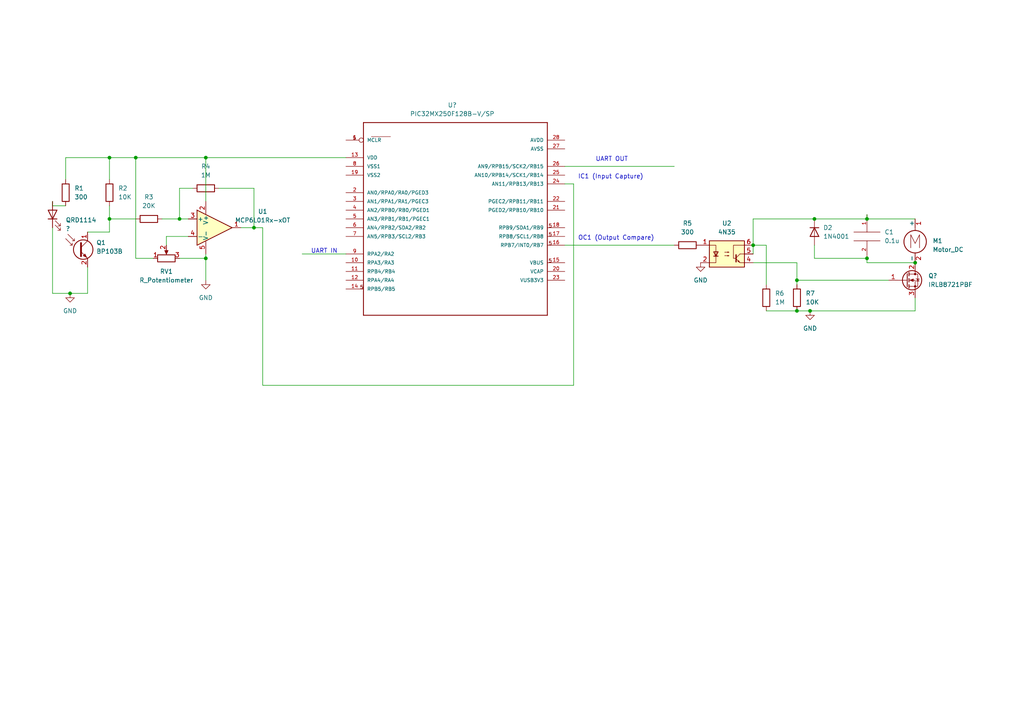
<source format=kicad_sch>
(kicad_sch (version 20211123) (generator eeschema)
  (paper "A4")
  (lib_symbols
    (symbol "Amplifier_Operational:MCP6L01Rx-xOT" (pin_names (offset 0.127))
      (property "Reference" "U" (at 0 5.08 0))
      (property "Value" "MCP6L01Rx-xOT" (at 0 -5.08 0))
      (symbol "MCP6L01Rx-xOT_0_1"
        (polyline (pts (xy -5.08 5.08) (xy 5.08 0) (xy -5.08 -5.08) (xy -5.08 5.08)) (stroke (width 0.254)) (fill (type background)))
        (pin power_in line (at -2.54 7.62 270) (length 3.81) (name "V+") (number "2"))
        (pin power_in line (at -2.54 -7.62 90) (length 3.81) (name "V-") (number "5"))
      )
      (symbol "MCP6L01Rx-xOT_1_1"
        (pin output line (at 7.62 0 180) (length 2.54) (name "~") (number "1"))
        (pin input line (at -7.62 2.54 0) (length 2.54) (name "+") (number "3"))
        (pin input line (at -7.62 -2.54 0) (length 2.54) (name "-") (number "4"))
      )
    )
    (symbol "Device:LED" (pin_numbers hide) (pin_names (offset 1.016) hide)
      (property "Reference" "D" (at 0 2.54 0))
      (property "Value" "LED" (at 0 -2.54 0))
      (symbol "LED_0_1"
        (polyline (pts (xy -1.27 -1.27) (xy -1.27 1.27)) (stroke (width 0.254)))
        (polyline (pts (xy -1.27 0) (xy 1.27 0)))
        (polyline (pts (xy 1.27 -1.27) (xy 1.27 1.27) (xy -1.27 0) (xy 1.27 -1.27)) (stroke (width 0.254)))
        (polyline (pts (xy -3.048 -0.762) (xy -4.572 -2.286) (xy -3.81 -2.286) (xy -4.572 -2.286) (xy -4.572 -1.524)))
        (polyline (pts (xy -1.778 -0.762) (xy -3.302 -2.286) (xy -2.54 -2.286) (xy -3.302 -2.286) (xy -3.302 -1.524)))
      )
      (symbol "LED_1_1"
        (pin passive line (at -3.81 0 0) (length 2.54) (name "K") (number "1"))
        (pin passive line (at 3.81 0 180) (length 2.54) (name "A") (number "2"))
      )
    )
    (symbol "Device:R" (pin_numbers hide) (pin_names (offset 0))
      (property "Reference" "R" (at 2.032 0 90))
      (property "Value" "R" (at 0 0 90))
      (symbol "R_0_1"
        (rectangle (start -1.016 -2.54) (end 1.016 2.54) (stroke (width 0.254)))
      )
      (symbol "R_1_1"
        (pin passive line (at 0 3.81 270) (length 1.27) (name "~") (number "1"))
        (pin passive line (at 0 -3.81 90) (length 1.27) (name "~") (number "2"))
      )
    )
    (symbol "Device:R_Potentiometer" (pin_names (offset 1.016) hide)
      (property "Reference" "RV" (at -4.445 0 90))
      (property "Value" "R_Potentiometer" (at -2.54 0 90))
      (symbol "R_Potentiometer_0_1"
        (polyline (pts (xy 2.54 0) (xy 1.524 0)))
        (polyline (pts (xy 1.143 0) (xy 2.286 0.508) (xy 2.286 -0.508) (xy 1.143 0)) (fill (type outline)))
        (rectangle (start 1.016 2.54) (end -1.016 -2.54) (stroke (width 0.254)))
      )
      (symbol "R_Potentiometer_1_1"
        (pin passive line (at 0 3.81 270) (length 1.27) (name "1") (number "1"))
        (pin passive line (at 3.81 0 180) (length 1.27) (name "2") (number "2"))
        (pin passive line (at 0 -3.81 90) (length 1.27) (name "3") (number "3"))
      )
    )
    (symbol "Diode:1N4001" (pin_numbers hide) (pin_names (offset 1.016) hide)
      (property "Reference" "D" (at 0 2.54 0))
      (property "Value" "1N4001" (at 0 -2.54 0))
      (symbol "1N4001_0_1"
        (polyline (pts (xy -1.27 1.27) (xy -1.27 -1.27)) (stroke (width 0.254)))
        (polyline (pts (xy 1.27 0) (xy -1.27 0)))
        (polyline (pts (xy 1.27 1.27) (xy 1.27 -1.27) (xy -1.27 0) (xy 1.27 1.27)) (stroke (width 0.254)))
      )
      (symbol "1N4001_1_1"
        (pin passive line (at -3.81 0 0) (length 2.54) (name "K") (number "1"))
        (pin passive line (at 3.81 0 180) (length 2.54) (name "A") (number "2"))
      )
    )
    (symbol "Isolator:4N35" (pin_names (offset 1.016))
      (property "Reference" "U" (at -5.08 5.08 0))
      (property "Value" "4N35" (at 0 5.08 0))
      (symbol "4N35_0_1"
        (rectangle (start -5.08 3.81) (end 5.08 -3.81) (stroke (width 0.254)) (fill (type background)))
        (polyline (pts (xy -3.81 -0.635) (xy -2.54 -0.635)) (stroke (width 0.254)))
        (polyline (pts (xy 2.667 -1.397) (xy 3.81 -2.54)))
        (polyline (pts (xy 2.667 -1.143) (xy 3.81 0)))
        (polyline (pts (xy 3.81 -2.54) (xy 5.08 -2.54)))
        (polyline (pts (xy 3.81 0) (xy 5.08 0)))
        (polyline (pts (xy 2.667 -0.254) (xy 2.667 -2.286) (xy 2.667 -2.286)) (stroke (width 0.3556)))
        (polyline (pts (xy -5.08 -2.54) (xy -3.175 -2.54) (xy -3.175 2.54) (xy -5.08 2.54)))
        (polyline (pts (xy -3.175 -0.635) (xy -3.81 0.635) (xy -2.54 0.635) (xy -3.175 -0.635)) (stroke (width 0.254)))
        (polyline (pts (xy 3.683 -2.413) (xy 3.429 -1.905) (xy 3.175 -2.159) (xy 3.683 -2.413)))
        (polyline (pts (xy 5.08 2.54) (xy 1.905 2.54) (xy 1.905 -1.27) (xy 2.54 -1.27)))
        (polyline (pts (xy -0.635 -0.508) (xy 0.635 -0.508) (xy 0.254 -0.635) (xy 0.254 -0.381) (xy 0.635 -0.508)))
        (polyline (pts (xy -0.635 0.508) (xy 0.635 0.508) (xy 0.254 0.381) (xy 0.254 0.635) (xy 0.635 0.508)))
      )
      (symbol "4N35_1_1"
        (pin passive line (at -7.62 2.54 0) (length 2.54) (name "~") (number "1"))
        (pin passive line (at -7.62 -2.54 0) (length 2.54) (name "~") (number "2"))
        (pin no_connect line (at -5.08 0 0) (length 2.54) hide (name "NC") (number "3"))
        (pin passive line (at 7.62 -2.54 180) (length 2.54) (name "~") (number "4"))
        (pin passive line (at 7.62 0 180) (length 2.54) (name "~") (number "5"))
        (pin passive line (at 7.62 2.54 180) (length 2.54) (name "~") (number "6"))
      )
    )
    (symbol "Motor:Motor_DC" (pin_names (offset 0))
      (property "Reference" "M" (at 2.54 2.54 0))
      (property "Value" "Motor_DC" (at 2.54 -5.08 0))
      (symbol "Motor_DC_0_0"
        (polyline (pts (xy -1.27 -3.302) (xy -1.27 0.508) (xy 0 -2.032) (xy 1.27 0.508) (xy 1.27 -3.302)))
      )
      (symbol "Motor_DC_0_1"
        (circle (center 0 -1.524) (radius 3.2512) (stroke (width 0.254)))
        (polyline (pts (xy 0 -7.62) (xy 0 -7.112)))
        (polyline (pts (xy 0 -4.7752) (xy 0 -5.1816)))
        (polyline (pts (xy 0 1.7272) (xy 0 2.0828)))
        (polyline (pts (xy 0 2.032) (xy 0 2.54)))
      )
      (symbol "Motor_DC_1_1"
        (pin passive line (at 0 5.08 270) (length 2.54) (name "+") (number "1"))
        (pin passive line (at 0 -7.62 90) (length 2.54) (name "-") (number "2"))
      )
    )
    (symbol "PIC32MX250F128B-V_SP:PIC32MX250F128B-V{slash}SP" (pin_names (offset 1.016))
      (property "Reference" "U" (at -40.1574 28.4734 0))
      (property "Value" "PIC32MX250F128B-V{slash}SP" (at -40.1828 -30.2768 0))
      (symbol "PIC32MX250F128B-V{slash}SP_0_0"
        (polyline (pts (xy -40.64 -27.94) (xy 12.7 -27.94)) (stroke (width 0.254)))
        (polyline (pts (xy -40.64 27.94) (xy -40.64 -27.94)) (stroke (width 0.254)))
        (polyline (pts (xy -32.766 23.876) (xy -38.354 23.876)) (stroke (width 0.127)))
        (polyline (pts (xy 12.7 -27.94) (xy 12.7 27.94)) (stroke (width 0.254)))
        (polyline (pts (xy 12.7 27.94) (xy -40.64 27.94)) (stroke (width 0.254)))
        (text "5" (at -43.815 22.9108 0) (effects (font (size 1.016 1.016)) (justify left bottom)))
        (text "5" (at -41.7322 -20.3708 0) (effects (font (size 1.016 1.016)) (justify left bottom)))
        (text "5" (at 12.954 -12.7 0) (effects (font (size 1.016 1.016)) (justify left bottom)))
        (text "5" (at 12.9794 -7.6454 0) (effects (font (size 1.016 1.016)) (justify left bottom)))
        (text "5" (at 12.9794 -5.08 0) (effects (font (size 1.016 1.016)) (justify left bottom)))
        (text "5" (at 12.9794 -2.54 0) (effects (font (size 1.016 1.016)) (justify left bottom)))
        (pin bidirectional inverted (at -45.72 22.86 0) (length 5.08) (name "MCLR") (number "1"))
        (pin bidirectional line (at -45.72 -12.7 0) (length 5.08) (name "RPA3/RA3") (number "10"))
        (pin bidirectional line (at -45.72 -15.24 0) (length 5.08) (name "RPB4/RB4") (number "11"))
        (pin bidirectional line (at -45.72 -17.78 0) (length 5.08) (name "RPA4/RA4") (number "12"))
        (pin bidirectional line (at -45.72 17.78 0) (length 5.08) (name "VDD") (number "13"))
        (pin bidirectional line (at -45.72 -20.32 0) (length 5.08) (name "RPB5/RB5") (number "14"))
        (pin bidirectional line (at 17.78 -12.7 180) (length 5.08) (name "VBUS") (number "15"))
        (pin bidirectional line (at 17.78 -7.62 180) (length 5.08) (name "RPB7/INT0/RB7") (number "16"))
        (pin bidirectional line (at 17.78 -5.08 180) (length 5.08) (name "RPB8/SCL1/RB8") (number "17"))
        (pin bidirectional line (at 17.78 -2.54 180) (length 5.08) (name "RPB9/SDA1/RB9") (number "18"))
        (pin bidirectional line (at -45.72 12.7 0) (length 5.08) (name "VSS2") (number "19"))
        (pin bidirectional line (at -45.72 7.62 0) (length 5.08) (name "AN0/RPA0/RA0/PGED3") (number "2"))
        (pin bidirectional line (at 17.78 -15.24 180) (length 5.08) (name "VCAP") (number "20"))
        (pin bidirectional line (at 17.78 2.54 180) (length 5.08) (name "PGED2/RPB10/RB10") (number "21"))
        (pin bidirectional line (at 17.78 5.08 180) (length 5.08) (name "PGEC2/RPB11/RB11") (number "22"))
        (pin bidirectional line (at 17.78 -17.78 180) (length 5.08) (name "VUSB3V3") (number "23"))
        (pin bidirectional line (at 17.78 10.16 180) (length 5.08) (name "AN11/RPB13/RB13") (number "24"))
        (pin bidirectional line (at 17.78 12.7 180) (length 5.08) (name "AN10/RPB14/SCK1/RB14") (number "25"))
        (pin bidirectional line (at 17.78 15.24 180) (length 5.08) (name "AN9/RPB15/SCK2/RB15") (number "26"))
        (pin bidirectional line (at 17.78 20.32 180) (length 5.08) (name "AVSS") (number "27"))
        (pin bidirectional line (at 17.78 22.86 180) (length 5.08) (name "AVDD") (number "28"))
        (pin bidirectional line (at -45.72 5.08 0) (length 5.08) (name "AN1/RPA1/RA1/PGEC3") (number "3"))
        (pin bidirectional line (at -45.72 2.54 0) (length 5.08) (name "AN2/RPB0/RB0/PGED1") (number "4"))
        (pin bidirectional line (at -45.72 0 0) (length 5.08) (name "AN3/RPB1/RB1/PGEC1") (number "5"))
        (pin bidirectional line (at -45.72 -2.54 0) (length 5.08) (name "AN4/RPB2/SDA2/RB2") (number "6"))
        (pin bidirectional line (at -45.72 -5.08 0) (length 5.08) (name "AN5/RPB3/SCL2/RB3") (number "7"))
        (pin bidirectional line (at -45.72 15.24 0) (length 5.08) (name "VSS1") (number "8"))
        (pin bidirectional line (at -45.72 -10.16 0) (length 5.08) (name "RPA2/RA2") (number "9"))
      )
    )
    (symbol "Sensor_Optical:BP103B" (pin_names (offset 0) hide)
      (property "Reference" "Q" (at 5.08 1.27 0))
      (property "Value" "BP103B" (at 5.08 -1.27 0))
      (symbol "BP103B_0_1"
        (polyline (pts (xy -1.905 1.27) (xy -2.54 1.27)))
        (polyline (pts (xy -1.27 2.54) (xy -1.905 2.54)))
        (polyline (pts (xy 0.635 0.635) (xy 2.54 2.54)))
        (polyline (pts (xy -3.81 3.175) (xy -1.905 1.27) (xy -1.905 1.905)))
        (polyline (pts (xy -3.175 4.445) (xy -1.27 2.54) (xy -1.27 3.175)))
        (polyline (pts (xy 0.635 -0.635) (xy 2.54 -2.54) (xy 2.54 -2.54)))
        (polyline (pts (xy 0.635 1.905) (xy 0.635 -1.905) (xy 0.635 -1.905)) (stroke (width 0.508)))
        (polyline (pts (xy 1.27 -1.778) (xy 1.778 -1.27) (xy 2.286 -2.286) (xy 1.27 -1.778) (xy 1.27 -1.778)) (fill (type outline)))
        (circle (center 1.27 0) (radius 2.8194) (stroke (width 0.254)))
      )
      (symbol "BP103B_1_1"
        (pin passive line (at 2.54 5.08 270) (length 2.54) (name "C") (number "1"))
        (pin passive line (at 2.54 -5.08 90) (length 2.54) (name "E") (number "2"))
      )
    )
    (symbol "Transistor_FET:IRLB8721PBF" (pin_names hide)
      (property "Reference" "Q" (at 6.35 1.905 0))
      (property "Value" "IRLB8721PBF" (at 6.35 0 0))
      (symbol "IRLB8721PBF_0_1"
        (polyline (pts (xy 0.254 0) (xy -2.54 0)))
        (polyline (pts (xy 0.254 1.905) (xy 0.254 -1.905)) (stroke (width 0.254)))
        (polyline (pts (xy 0.762 -1.27) (xy 0.762 -2.286)) (stroke (width 0.254)))
        (polyline (pts (xy 0.762 0.508) (xy 0.762 -0.508)) (stroke (width 0.254)))
        (polyline (pts (xy 0.762 2.286) (xy 0.762 1.27)) (stroke (width 0.254)))
        (polyline (pts (xy 2.54 2.54) (xy 2.54 1.778)))
        (polyline (pts (xy 2.54 -2.54) (xy 2.54 0) (xy 0.762 0)))
        (polyline (pts (xy 0.762 -1.778) (xy 3.302 -1.778) (xy 3.302 1.778) (xy 0.762 1.778)))
        (polyline (pts (xy 1.016 0) (xy 2.032 0.381) (xy 2.032 -0.381) (xy 1.016 0)) (fill (type outline)))
        (polyline (pts (xy 2.794 0.508) (xy 2.921 0.381) (xy 3.683 0.381) (xy 3.81 0.254)))
        (polyline (pts (xy 3.302 0.381) (xy 2.921 -0.254) (xy 3.683 -0.254) (xy 3.302 0.381)))
        (circle (center 1.651 0) (radius 2.794) (stroke (width 0.254)))
        (circle (center 2.54 -1.778) (radius 0.254) (fill (type outline)))
        (circle (center 2.54 1.778) (radius 0.254) (fill (type outline)))
      )
      (symbol "IRLB8721PBF_1_1"
        (pin input line (at -5.08 0 0) (length 2.54) (name "G") (number "1"))
        (pin passive line (at 2.54 5.08 270) (length 2.54) (name "D") (number "2"))
        (pin passive line (at 2.54 -5.08 90) (length 2.54) (name "S") (number "3"))
      )
    )
    (symbol "power:GND" (power) (pin_names (offset 0))
      (property "Value" "GND" (at 0 -3.81 0))
      (symbol "GND_0_1"
        (polyline (pts (xy 0 0) (xy 0 -1.27) (xy 1.27 -1.27) (xy 0 -2.54) (xy -1.27 -1.27) (xy 0 -1.27)))
      )
      (symbol "GND_1_1"
        (pin power_in line (at 0 0 270) (length 0) hide (name "GND") (number "1"))
      )
    )
    (symbol "pspice:C" (pin_names (offset 0.254))
      (property "Reference" "C" (at 2.54 3.81 90))
      (property "Value" "C" (at 2.54 -3.81 90))
      (symbol "C_0_1"
        (polyline (pts (xy -3.81 -1.27) (xy 3.81 -1.27)))
        (polyline (pts (xy -3.81 1.27) (xy 3.81 1.27)))
      )
      (symbol "C_1_1"
        (pin passive line (at 0 6.35 270) (length 5.08) (name "~") (number "1"))
        (pin passive line (at 0 -6.35 90) (length 5.08) (name "~") (number "2"))
      )
    )
  )
  (junction (at 231.14 81.28))
  (junction (at 59.69 74.93))
  (junction (at 31.75 45.72))
  (junction (at 52.07 63.5))
  (junction (at 251.46 63.5))
  (junction (at 236.22 63.5))
  (junction (at 73.66 66.04))
  (junction (at 31.75 63.5))
  (junction (at 59.69 45.72))
  (junction (at 265.43 76.2))
  (junction (at 218.44 71.12))
  (junction (at 234.95 90.17))
  (junction (at 39.37 45.72))
  (junction (at 231.14 90.17))
  (junction (at 20.32 85.09))
  (junction (at 251.46 74.93))
  (wire (pts (xy 59.69 74.93) (xy 59.69 81.28)))
  (wire (pts (xy 52.07 63.5) (xy 54.61 63.5)))
  (wire (pts (xy 222.25 71.12) (xy 222.25 82.55)))
  (wire (pts (xy 265.43 76.2) (xy 251.46 76.2)))
  (wire (pts (xy 166.37 53.34) (xy 166.37 111.76)))
  (wire (pts (xy 218.44 71.12) (xy 218.44 63.5)))
  (wire (pts (xy 19.05 52.07) (xy 19.05 45.72)))
  (wire (pts (xy 87.63 73.66) (xy 100.33 73.66)))
  (wire (pts (xy 31.75 63.5) (xy 31.75 67.31)))
  (wire (pts (xy 63.5 54.61) (xy 73.66 54.61)))
  (wire (pts (xy 231.14 90.17) (xy 234.95 90.17)))
  (wire (pts (xy 31.75 67.31) (xy 25.4 67.31)))
  (wire (pts (xy 31.75 63.5) (xy 39.37 63.5)))
  (wire (pts (xy 73.66 66.04) (xy 76.2 66.04)))
  (wire (pts (xy 163.83 71.12) (xy 195.58 71.12)))
  (wire (pts (xy 265.43 86.36) (xy 265.43 90.17)))
  (wire (pts (xy 265.43 90.17) (xy 234.95 90.17)))
  (wire (pts (xy 52.07 54.61) (xy 55.88 54.61)))
  (wire (pts (xy 163.83 48.26) (xy 195.58 48.26)))
  (wire (pts (xy 231.14 76.2) (xy 218.44 76.2)))
  (wire (pts (xy 218.44 71.12) (xy 222.25 71.12)))
  (wire (pts (xy 222.25 90.17) (xy 231.14 90.17)))
  (wire (pts (xy 236.22 71.12) (xy 236.22 74.93)))
  (wire (pts (xy 44.45 74.93) (xy 39.37 74.93)))
  (wire (pts (xy 20.32 85.09) (xy 25.4 85.09)))
  (wire (pts (xy 15.24 66.04) (xy 15.24 85.09)))
  (wire (pts (xy 46.99 63.5) (xy 52.07 63.5)))
  (wire (pts (xy 218.44 73.66) (xy 218.44 71.12)))
  (wire (pts (xy 69.85 66.04) (xy 73.66 66.04)))
  (wire (pts (xy 48.26 68.58) (xy 48.26 71.12)))
  (wire (pts (xy 59.69 45.72) (xy 100.33 45.72)))
  (wire (pts (xy 15.24 85.09) (xy 20.32 85.09)))
  (wire (pts (xy 73.66 54.61) (xy 73.66 66.04)))
  (wire (pts (xy 231.14 82.55) (xy 231.14 81.28)))
  (wire (pts (xy 15.24 59.69) (xy 19.05 59.69)))
  (wire (pts (xy 231.14 81.28) (xy 231.14 76.2)))
  (wire (pts (xy 39.37 45.72) (xy 59.69 45.72)))
  (wire (pts (xy 52.07 63.5) (xy 52.07 54.61)))
  (wire (pts (xy 39.37 45.72) (xy 39.37 74.93)))
  (wire (pts (xy 236.22 63.5) (xy 251.46 63.5)))
  (wire (pts (xy 52.07 74.93) (xy 59.69 74.93)))
  (wire (pts (xy 19.05 45.72) (xy 31.75 45.72)))
  (wire (pts (xy 54.61 68.58) (xy 48.26 68.58)))
  (wire (pts (xy 166.37 111.76) (xy 76.2 111.76)))
  (wire (pts (xy 236.22 74.93) (xy 251.46 74.93)))
  (wire (pts (xy 231.14 81.28) (xy 257.81 81.28)))
  (wire (pts (xy 31.75 59.69) (xy 31.75 63.5)))
  (wire (pts (xy 76.2 111.76) (xy 76.2 66.04)))
  (wire (pts (xy 59.69 45.72) (xy 59.69 58.42)))
  (wire (pts (xy 31.75 45.72) (xy 39.37 45.72)))
  (wire (pts (xy 25.4 85.09) (xy 25.4 77.47)))
  (wire (pts (xy 251.46 63.5) (xy 251.46 62.23)))
  (wire (pts (xy 31.75 52.07) (xy 31.75 45.72)))
  (wire (pts (xy 251.46 63.5) (xy 265.43 63.5)))
  (wire (pts (xy 251.46 76.2) (xy 251.46 74.93)))
  (wire (pts (xy 59.69 73.66) (xy 59.69 74.93)))
  (wire (pts (xy 218.44 63.5) (xy 236.22 63.5)))
  (wire (pts (xy 163.83 53.34) (xy 166.37 53.34)))
  (wire (pts (xy 15.24 59.69) (xy 15.24 58.42)))
  (text "UART OUT" (at 172.72 46.99 0) (effects (font (size 1.27 1.27)) (justify left bottom)))
  (text "UART IN" (at 90.17 73.66 0) (effects (font (size 1.27 1.27)) (justify left bottom)))
  (text "IC1 (Input Capture)" (at 167.64 52.07 0) (effects (font (size 1.27 1.27)) (justify left bottom)))
  (text "OC1 (Output Compare)" (at 167.64 69.85 0) (effects (font (size 1.27 1.27)) (justify left bottom)))
  (symbol (lib_id "Amplifier_Operational:MCP6L01Rx-xOT") (at 62.23 66.04 0) (unit 1)
    (property "Reference" "U1" (at 76.2 61.341 0))
    (property "Value" "MCP6L01Rx-xOT" (at 76.2 63.881 0))
    (property "Footprint" "Package_TO_SOT_SMD:SOT-23-5" (effects hide))
    (property "Datasheet" "http://ww1.microchip.com/downloads/en/devicedoc/22140b.pdf" (effects hide))
  )
  (symbol (lib_id "Device:R") (at 199.39 71.12 90) (unit 1)
    (property "Reference" "R5" (at 199.39 64.77 90))
    (property "Value" "300" (at 199.39 67.31 90))
  )
  (symbol (lib_id "Device:R") (at 43.18 63.5 90) (unit 1)
    (property "Reference" "R3" (at 43.18 57.15 90))
    (property "Value" "20K" (at 43.18 59.69 90))
  )
  (symbol (lib_id "Diode:1N4001") (at 236.22 67.31 270) (unit 1)
    (property "Reference" "D2" (at 238.76 66.0399 90) (effects (justify left)))
    (property "Value" "1N4001" (at 238.76 68.5799 90) (effects (justify left)))
    (property "Footprint" "Diode_THT:D_DO-41_SOD81_P10.16mm_Horizontal" (effects hide))
    (property "Datasheet" "http://www.vishay.com/docs/88503/1n4001.pdf" (effects hide))
  )
  (symbol (lib_id "Device:R_Potentiometer") (at 48.26 74.93 90) (unit 1)
    (property "Reference" "RV1" (at 48.26 78.74 90))
    (property "Value" "R_Potentiometer" (at 48.26 81.28 90))
  )
  (symbol (lib_id "power:GND") (at 59.69 81.28 0) (unit 1)
    (property "Reference" "#PWR?" (effects hide))
    (property "Value" "GND" (at 59.69 86.36 0))
  )
  (symbol (lib_id "PIC32MX250F128B-V_SP:PIC32MX250F128B-V{slash}SP") (at 146.05 63.5 0) (unit 1)
    (property "Reference" "U?" (at 131.1795 30.48 0))
    (property "Value" "PIC32MX250F128B-V/SP" (at 131.1795 33.02 0))
    (property "Footprint" "DIP254P762X508-28" (effects hide))
    (property "Datasheet" "SPDIP-28 Microchip" (effects hide))
    (property "Field4" "PIC32MX250F128B-V/SP" (effects hide))
    (property "Field5" "32 Bit MCU, 128KB Flash, 32KB RAM, 40 MHz, 28 Pin, 3 Comp, CTMU, RTCC, 28 SPDIP" (effects hide))
    (property "Field6" "Microchip" (effects hide))
    (property "Field7" "None" (effects hide))
    (property "Field8" "Unavailable" (effects hide))
  )
  (symbol (lib_id "Motor:Motor_DC") (at 265.43 68.58 0) (unit 1)
    (property "Reference" "M1" (at 270.51 69.8499 0) (effects (justify left)))
    (property "Value" "Motor_DC" (at 270.51 72.3899 0) (effects (justify left)))
  )
  (symbol (lib_id "power:GND") (at 203.2 76.2 0) (unit 1)
    (property "Reference" "#PWR?" (effects hide))
    (property "Value" "GND" (at 203.2 81.28 0))
  )
  (symbol (lib_id "Device:R") (at 222.25 86.36 180) (unit 1)
    (property "Reference" "R6" (at 224.79 85.0899 0) (effects (justify right)))
    (property "Value" "1M" (at 224.79 87.6299 0) (effects (justify right)))
  )
  (symbol (lib_id "Device:R") (at 231.14 86.36 0) (unit 1)
    (property "Reference" "R7" (at 233.68 85.0899 0) (effects (justify left)))
    (property "Value" "10K" (at 233.68 87.6299 0) (effects (justify left)))
  )
  (symbol (lib_id "power:GND") (at 321.31 50.8 0) (unit 1)
    (property "Reference" "#PWR?" (effects hide))
    (property "Value" "GND" (at 321.31 55.88 0))
  )
  (symbol (lib_id "Isolator:4N35") (at 210.82 73.66 0) (unit 1)
    (property "Reference" "U2" (at 210.82 64.77 0))
    (property "Value" "4N35" (at 210.82 67.31 0))
    (property "Footprint" "Package_DIP:DIP-6_W7.62mm" (effects hide))
    (property "Datasheet" "https://www.vishay.com/docs/81181/4n35.pdf" (effects hide))
  )
  (symbol (lib_id "Sensor_Optical:BP103B") (at 22.86 72.39 0) (unit 1)
    (property "Reference" "Q1" (at 27.94 70.3706 0) (effects (justify left)))
    (property "Value" "BP103B" (at 27.94 72.9106 0) (effects (justify left)))
    (property "Footprint" "LED_THT:LED_D5.0mm_Clear" (effects hide))
    (property "Datasheet" "http://www.b-kainka.de/Daten/Sensor/bp103bf.pdf" (effects hide))
  )
  (symbol (lib_id "pspice:C") (at 251.46 68.58 0) (unit 1)
    (property "Reference" "C1" (at 256.54 67.3099 0) (effects (justify left)))
    (property "Value" "0.1u" (at 256.54 69.8499 0) (effects (justify left)))
  )
  (symbol (lib_id "power:GND") (at 20.32 85.09 0) (unit 1)
    (property "Reference" "#PWR?" (effects hide))
    (property "Value" "GND" (at 20.32 90.17 0))
  )
  (symbol (lib_id "Device:R") (at 31.75 55.88 0) (unit 1)
    (property "Reference" "R2" (at 34.29 54.6099 0) (effects (justify left)))
    (property "Value" "10K" (at 34.29 57.1499 0) (effects (justify left)))
  )
  (symbol (lib_id "power:GND") (at 234.95 90.17 0) (unit 1)
    (property "Reference" "#PWR?" (effects hide))
    (property "Value" "GND" (at 234.95 95.25 0))
  )
  (symbol (lib_id "Device:LED") (at 15.24 62.23 90) (unit 1)
    (property "Reference" "QRD1114" (at 19.05 63.8174 90) (effects (justify right)))
    (property "Value" "?" (at 19.05 66.3574 90) (effects (justify right)))
  )
  (symbol (lib_id "Device:R") (at 59.69 54.61 90) (unit 1)
    (property "Reference" "R4" (at 59.69 48.26 90))
    (property "Value" "1M" (at 59.69 50.8 90))
  )
  (symbol (lib_id "Transistor_FET:IRLB8721PBF") (at 262.89 81.28 0) (unit 1)
    (property "Reference" "Q?" (at 269.24 80.0099 0) (effects (justify left)))
    (property "Value" "IRLB8721PBF" (at 269.24 82.5499 0) (effects (justify left)))
    (property "Footprint" "Package_TO_SOT_THT:TO-220-3_Vertical" (effects hide))
    (property "Datasheet" "http://www.infineon.com/dgdl/irlb8721pbf.pdf?fileId=5546d462533600a40153566056732591" (effects hide))
  )
  (symbol (lib_id "Device:R") (at 19.05 55.88 0) (unit 1)
    (property "Reference" "R1" (at 21.59 54.6099 0) (effects (justify left)))
    (property "Value" "300" (at 21.59 57.1499 0) (effects (justify left)))
  )
)
</source>
